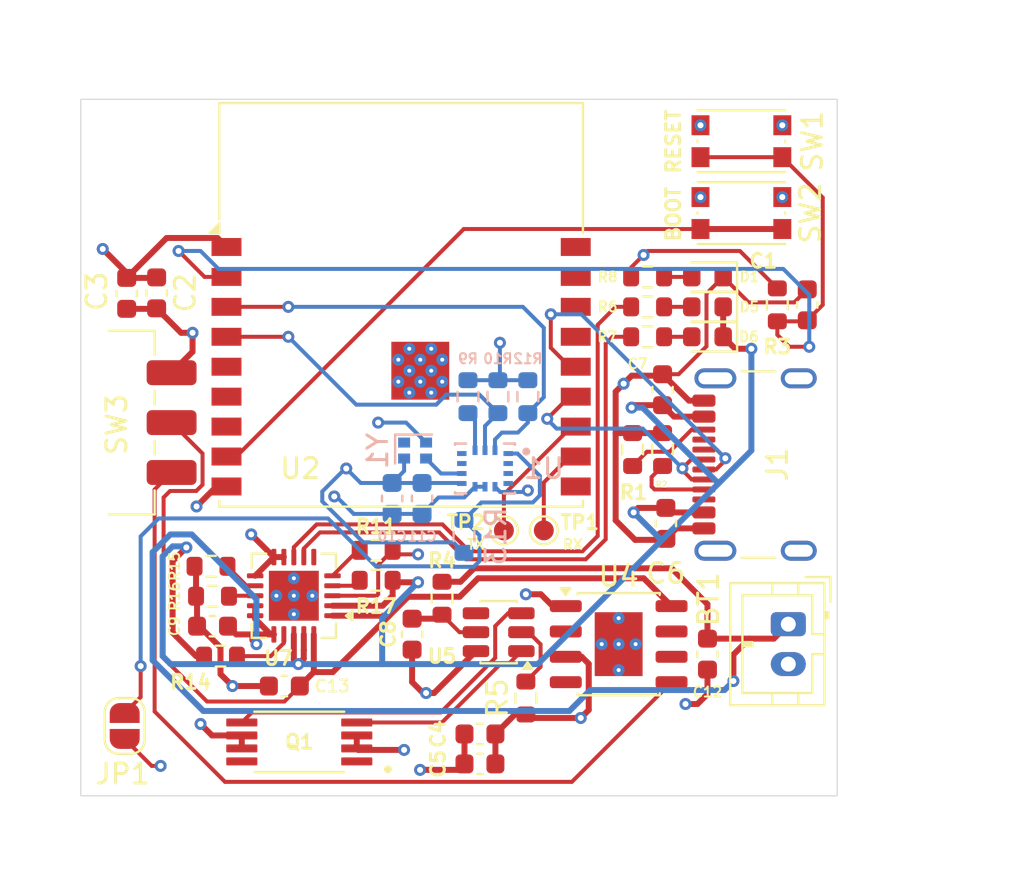
<source format=kicad_pcb>
(kicad_pcb (version 20241229) (generator "pcbnew") (generator_version "9.0")
  (layers (0 "F.Cu" signal) (4 "In1.Cu" signal) (6 "In2.Cu" signal) (2 "B.Cu" signal) (13 "F.Paste" user) (15 "B.Paste" user) (5 "F.SilkS" user "F.Silkscreen") (7 "B.SilkS" user "B.Silkscreen") (1 "F.Mask" user) (3 "B.Mask" user) (25 "Edge.Cuts" user))
  (net 0 "")
  (net 1 "B+")
  (net 2 "B-")
  (net 3 "GND")
  (net 4 "RESET")
  (net 5 "+3V3")
  (net 6 "VBUS")
  (net 7 "Net-(U5-VCC)")
  (net 8 "+BATT")
  (net 9 "Net-(D1-A)")
  (net 10 "Net-(D5-A)")
  (net 11 "Net-(D6-A)")
  (net 12 "D+")
  (net 13 "Net-(J1-CC1)")
  (net 18 "Net-(J1-CC2)")
  (net 19 "D-")
  (net 20 "SD0")
  (net 23 "Net-(U5-OC)")
  (net 24 "Net-(U5-OD)")
  (net 25 "Net-(U5-CS)")
  (net 26 "Net-(U7-STAT1{slash}~{LBO})")
  (net 27 "Net-(U7-STAT2)")
  (net 28 "CS")
  (net 29 "SCL")
  (net 30 "Net-(U7-THERM)")
  (net 31 "SDA")
  (net 32 "Net-(U7-CE)")
  (net 33 "Net-(U7-PROG3)")
  (net 34 "Net-(U7-PROG1)")
  (net 35 "Net-(U7-PROG2)")
  (net 36 "BOOT")
  (net 37 "Net-(SW3-C)")
  (net 38 "RX")
  (net 39 "TX")
  (net 44 "CLK")
  (footprint "Resistor_SMD:R_0603_1608Metric" (layer "F.Cu") (at 75.85 48.55 90)
    (property "Reference" "R1")
    (property "Value" "5.1k")
  )
  (footprint "Resistor_SMD:R_0603_1608Metric" (layer "F.Cu") (at 76.6 42.9)
    (property "Reference" "R7")
    (property "Value" "R")
  )
  (footprint "Resistor_SMD:R_0603_1608Metric" (layer "F.Cu") (at 66.3 56 90)
    (property "Reference" "R4")
    (property "Value" "100")
  )
  (footprint "Resistor_SMD:R_0603_1608Metric" (layer "F.Cu") (at 76.6 39.9)
    (property "Reference" "R8")
    (property "Value" "R")
  )
  (footprint "Resistor_SMD:R_0603_1608Metric" (layer "F.Cu") (at 76.6 41.4)
    (property "Reference" "R6")
    (property "Value" "R")
  )
  (footprint "Connector_USB:USB_C_Receptacle_GCT_USB4105-xx-A_16P_TopMnt_Horizontal" (layer "F.Cu") (at 83.1 49.3 90)
    (property "Reference" "J1")
    (property "Value" "USB_C_Receptacle_USB2.0_14P")
  )
  (footprint "LED_SMD:LED_0603_1608Metric" (layer "F.Cu") (at 79.6 42.9 180)
    (property "Reference" "D6")
    (property "Value" "GREEN")
  )
  (footprint "Capacitor_SMD:C_0603_1608Metric" (layer "F.Cu") (at 77.35 45.55 90)
    (property "Reference" "C7")
    (property "Value" "100uF")
  )
  (footprint "Capacitor_SMD:C_0603_1608Metric" (layer "F.Cu") (at 84.6 41.3 -90)
    (property "Reference" "C1")
    (property "Value" "C")
  )
  (footprint "RF_Module:ESP32-C3-WROOM-02" (layer "F.Cu") (at 64.25 44.4)
    (property "Reference" "U2")
    (property "Value" "ESP32-C3-WROOM-02")
  )
  (footprint "Resistor_SMD:R_0603_1608Metric" (layer "F.Cu") (at 77.35 48.55 90)
    (property "Reference" "R2")
    (property "Value" "5.1k")
  )
  (footprint "Jumper:SolderJumper-2_P1.3mm_Open_RoundedPad1.0x1.5mm" (layer "F.Cu") (at 50.4 62.4 -90)
    (property "Reference" "JP1")
    (property "Value" "SolderJumper_2_Open")
  )
  (footprint "Capacitor_SMD:C_0603_1608Metric" (layer "F.Cu") (at 52 40.7 -90)
    (property "Reference" "C2")
    (property "Value" "100uF")
  )
  (footprint "Resistor_SMD:R_0603_1608Metric" (layer "F.Cu") (at 55.2 58.9 180)
    (property "Reference" "R14")
    (property "Value" "1k")
  )
  (footprint "Resistor_SMD:R_0603_1608Metric" (layer "F.Cu") (at 54.8 55.9 180)
    (property "Reference" "R16")
    (property "Value" "1k")
  )
  (footprint "Capacitor_SMD:C_0603_1608Metric" (layer "F.Cu") (at 64.8 57.8 90)
    (property "Reference" "C8")
    (property "Value" "100uF")
  )
  (footprint "Resistor_SMD:R_0603_1608Metric" (layer "F.Cu") (at 54.725 54.4 180)
    (property "Reference" "R15")
    (property "Value" "10k")
  )
  (footprint "Capacitor_SMD:C_0603_1608Metric" (layer "F.Cu") (at 58.4 60.4)
    (property "Reference" "C13")
    (property "Value" "4.7uF")
  )
  (footprint "Capacitor_SMD:C_0603_1608Metric" (layer "F.Cu") (at 68.2 64.3)
    (property "Reference" "C5")
    (property "Value" "10uF")
  )
  (footprint "Capacitor_SMD:C_0603_1608Metric" (layer "F.Cu") (at 77.515 52.25 -90)
    (property "Reference" "C6")
    (property "Value" "100uF")
  )
  (footprint "Connector_JST:JST_PH_B2B-PH-K_1x02_P2.00mm_Vertical" (layer "F.Cu") (at 83.65 57.3 -90)
    (property "Reference" "BT1")
    (property "Value" "Battery_Cell")
  )
  (footprint "Package_DFN_QFN:QFN-20-1EP_4x4mm_P0.5mm_EP2.5x2.5mm" (layer "F.Cu") (at 58.875 55.875 180)
    (property "Reference" "U7")
    (property "Value" "MCP73871")
  )
  (footprint "Resistor_SMD:R_0603_1608Metric" (layer "F.Cu") (at 83.1 41.3 -90)
    (property "Reference" "R3")
    (property "Value" "10k")
  )
  (footprint "LED_SMD:LED_0603_1608Metric" (layer "F.Cu") (at 79.6 41.4 180)
    (property "Reference" "D5")
    (property "Value" "RED")
  )
  (footprint "TestPoint:TestPoint_Pad_D1.0mm" (layer "F.Cu") (at 71.4 52.6)
    (property "Reference" "TP1")
    (property "Value" "RX")
  )
  (footprint "Button_Switch_SMD:SW_Push_1P1T_NO_CK_KMR2" (layer "F.Cu") (at 81.3 36.7)
    (property "Reference" "SW2")
    (property "Value" "SW_BOOT")
  )
  (footprint "Resistor_SMD:R_0603_1608Metric" (layer "F.Cu") (at 63 53.6)
    (property "Reference" "R11")
    (property "Value" "10k")
  )
  (footprint "TestPoint:TestPoint_Pad_D1.0mm" (layer "F.Cu") (at 69.4 52.6)
    (property "Reference" "TP2")
    (property "Value" "TX")
  )
  (footprint "Package_SO:HTSOP-8-1EP_3.9x4.9mm_P1.27mm_EP2.4x3.2mm" (layer "F.Cu") (at 75.15 58.3)
    (property "Reference" "U4")
    (property "Value" "BD33FC0WEFJ")
  )
  (footprint "Resistor_SMD:R_0603_1608Metric" (layer "F.Cu") (at 70.5 61 90)
    (property "Reference" "R5")
    (property "Value" "1k")
  )
  (footprint "Package_TO_SOT_SMD:SOT-23-6" (layer "F.Cu") (at 69.1375 57.7 180)
    (property "Reference" "U5")
    (property "Value" "DW01A")
  )
  (footprint "Resistor_SMD:R_0603_1608Metric" (layer "F.Cu") (at 63 55.1 180)
    (property "Reference" "R17")
    (property "Value" "1k")
  )
  (footprint "Button_Switch_SMD:SW_Push_1P1T_NO_CK_KMR2" (layer "F.Cu") (at 81.3 33.1)
    (property "Reference" "SW1")
    (property "Value" "SW_RESET")
  )
  (footprint "LED_SMD:LED_0603_1608Metric" (layer "F.Cu") (at 79.6 39.9 180)
    (property "Reference" "D1")
    (property "Value" "BLUE")
  )
  (footprint "Capacitor_SMD:C_0603_1608Metric" (layer "F.Cu") (at 50.5 40.725 -90)
    (property "Reference" "C3")
    (property "Value" "10uF")
  )
  (footprint "Capacitor_SMD:C_0603_1608Metric" (layer "F.Cu") (at 79.6 58.8 90)
    (property "Reference" "C12")
    (property "Value" "4.7uF")
  )
  (footprint "FS8205A:FS8205A" (layer "F.Cu") (at 59.1475 63.2 180)
    (property "Reference" "Q1")
    (property "Value" "FS8205A")
  )
  (footprint "Capacitor_SMD:C_0603_1608Metric" (layer "F.Cu") (at 54.8 57.4)
    (property "Reference" "C9")
    (property "Value" "10uF")
  )
  (footprint "Button_Switch_SMD:SW_SPDT_CK_JS102011SAQN" (layer "F.Cu") (at 50 47.2 -90)
    (property "Reference" "SW3")
    (property "Value" "SW_SPDT")
  )
  (footprint "Capacitor_SMD:C_0603_1608Metric" (layer "F.Cu") (at 68.2 62.8)
    (property "Reference" "C4")
    (property "Value" "100uF")
  )
  (footprint "Resistor_SMD:R_0603_1608Metric" (layer "B.Cu") (at 67.6 45.9 90)
    (property "Reference" "R9")
    (property "Value" "47k")
  )
  (footprint "Resistor_SMD:R_0603_1608Metric" (layer "B.Cu") (at 70.6 45.9 90)
    (property "Reference" "R12")
    (property "Value" "47k")
  )
  (footprint "Resistor_SMD:R_0603_1608Metric" (layer "B.Cu") (at 67.4 52.9 -90)
    (property "Reference" "R13")
    (property "Value" "47k")
  )
  (footprint "Resistor_SMD:R_0603_1608Metric" (layer "B.Cu") (at 69.1 45.9 90)
    (property "Reference" "R10")
    (property "Value" "47k")
  )
  (footprint "Capacitor_SMD:C_0603_1608Metric" (layer "B.Cu") (at 65.3 51 -90)
    (property "Reference" "C11")
    (property "Value" "100uF")
  )
  (footprint "Capacitor_SMD:C_0603_1608Metric" (layer "B.Cu") (at 63.8 51 90)
    (property "Reference" "C10")
    (property "Value" "100uF")
  )
  (footprint "Oscillator:Oscillator_SMD_Abracon_ASCO-4Pin_1.6x1.2mm" (layer "B.Cu") (at 64.95 48.6 -90)
    (property "Reference" "Y1")
    (property "Value" "ASCO 38.4MHz")
  )
  (footprint "ICM-45686:IC_ICM-45686" (layer "B.Cu") (at 68.453 49.5 180)
    (property "Reference" "U1")
    (property "Value" "ICM-45686")
  )
  (gr_rect (start 48.2 31) (end 86.1 65.9) (stroke (width 0.05)) (fill no) (layer "Edge.Cuts"))
  (gr_text "RX" (at 72.3 53.6 0) (layer "F.SilkS") (effects (font (size 0.5 0.5) (thickness 0.1) (bold yes)) (justify left bottom)))
  (gr_text "TX" (at 67.5 53.6 0) (layer "F.SilkS") (effects (font (size 0.5 0.5) (thickness 0.1) (bold yes)) (justify left bottom)))
  (gr_text "BOOT" (at 78.3 38.2 90) (layer "F.SilkS") (effects (font (size 0.7 0.7) (thickness 0.15) (bold yes)) (justify left bottom)))
  (gr_text "RESET" (at 78.3 34.8 90) (layer "F.SilkS") (effects (font (size 0.7 0.7) (thickness 0.15) (bold yes)) (justify left bottom)))
  (segment (start 56.9375 56.375) (end 56.9375 56.875) (width 0.3) (layer "F.Cu") (net 1))
  (segment (start 57.875 57.8125) (end 57.7125 57.8125) (width 0.3) (layer "F.Cu") (net 1))
  (segment (start 67.901 54.499) (end 67.225 55.175) (width 0.3) (layer "F.Cu") (net 1))
  (segment (start 56.8 57.8125) (end 55.9875 57.8125) (width 0.3) (layer "F.Cu") (net 1))
  (segment (start 57.7125 57.8125) (end 56.9375 57.0375) (width 0.3) (layer "F.Cu") (net 1))
  (segment (start 79.6 56.3) (end 77.799 54.499) (width 0.3) (layer "F.Cu") (net 1))
  (segment (start 81.7 58.025) (end 82.925 58.025) (width 0.3) (layer "F.Cu") (net 1))
  (segment (start 56.9375 57.0375) (end 56.9375 56.875) (width 0.3) (layer "F.Cu") (net 1))
  (segment (start 57.875 57.8125) (end 56.8 57.8125) (width 0.3) (layer "F.Cu") (net 1))
  (segment (start 76.2 54.499) (end 67.901 54.499) (width 0.3) (layer "F.Cu") (net 1))
  (segment (start 80.9 58.825) (end 81.7 58.025) (width 0.3) (layer "F.Cu") (net 1))
  (segment (start 56.8 57.8125) (end 56.8 58.1) (width 0.3) (layer "F.Cu") (net 1))
  (segment (start 67.225 55.175) (end 66.3 55.175) (width 0.3) (layer "F.Cu") (net 1))
  (segment (start 80.9 60.15) (end 80.9 58.825) (width 0.3) (layer "F.Cu") (net 1))
  (segment (start 56.8 58.1) (end 57 58.3) (width 0.3) (layer "F.Cu") (net 1))
  (segment (start 79.6 58.025) (end 81.7 58.025) (width 0.3) (layer "F.Cu") (net 1))
  (segment (start 82.925 58.025) (end 83.65 57.3) (width 0.3) (layer "F.Cu") (net 1))
  (segment (start 79.6 58.025) (end 79.6 56.3) (width 0.3) (layer "F.Cu") (net 1))
  (segment (start 77.799 54.499) (end 76.2 54.499) (width 0.3) (layer "F.Cu") (net 1))
  (segment (start 55.9875 57.8125) (end 55.575 57.4) (width 0.3) (layer "F.Cu") (net 1))
  (via (at 57 58.3) (size 0.6) (drill 0.3) (layers "F.Cu" "B.Cu") (net 1))
  (via (at 80.9 60.15) (size 0.6) (drill 0.3) (layers "F.Cu" "B.Cu") (net 1))
  (segment (start 72.680346 61.649) (end 73.729346 60.6) (width 0.3) (layer "B.Cu") (net 1))
  (segment (start 57 58.3) (end 57 56.043676) (width 0.3) (layer "B.Cu") (net 1))
  (segment (start 52.688148 52.803332) (end 51.799 53.69248) (width 0.3) (layer "B.Cu") (net 1))
  (segment (start 57 56.043676) (end 53.759656 52.803332) (width 0.3) (layer "B.Cu") (net 1))
  (segment (start 54.34048 61.649) (end 72.680346 61.649) (width 0.3) (layer "B.Cu") (net 1))
  (segment (start 51.799 59.10752) (end 54.34048 61.649) (width 0.3) (layer "B.Cu") (net 1))
  (segment (start 73.729346 60.6) (end 80.45 60.6) (width 0.3) (layer "B.Cu") (net 1))
  (segment (start 80.45 60.6) (end 80.9 60.15) (width 0.3) (layer "B.Cu") (net 1))
  (segment (start 53.759656 52.803332) (end 52.688148 52.803332) (width 0.3) (layer "B.Cu") (net 1))
  (segment (start 51.799 53.69248) (end 51.799 59.10752) (width 0.3) (layer "B.Cu") (net 1))
  (segment (start 65.5 60.75) (end 65.35 60.75) (width 0.3) (layer "F.Cu") (net 2))
  (segment (start 64.4 63.6) (end 62.1025 63.6) (width 0.3) (layer "F.Cu") (net 2))
  (segment (start 64.8 58.575) (end 64.8 60.2) (width 0.3) (layer "F.Cu") (net 2))
  (segment (start 62.1025 63.6) (end 62.0275 63.525) (width 0.3) (layer "F.Cu") (net 2))
  (segment (start 65.5 60.75) (end 65.9 60.75) (width 0.3) (layer "F.Cu") (net 2))
  (segment (start 65.9 60.75) (end 68 58.65) (width 0.3) (layer "F.Cu") (net 2))
  (segment (start 65.35 60.75) (end 64.8 60.2) (width 0.3) (layer "F.Cu") (net 2))
  (segment (start 62.0275 63.525) (end 62.0275 62.875) (width 0.3) (layer "F.Cu") (net 2))
  (via (at 65.5 60.75) (size 0.6) (drill 0.3) (layers "F.Cu" "B.Cu") (net 2))
  (via (at 64.4 63.6) (size 0.6) (drill 0.3) (layers "F.Cu" "B.Cu") (net 2))
  (segment (start 54.025 57.4) (end 54.025 55.95) (width 0.3) (layer "F.Cu") (net 3))
  (segment (start 53.8 43.65) (end 52.75 44.7) (width 0.3) (layer "F.Cu") (net 3))
  (segment (start 79.42 52.5) (end 78.04 52.5) (width 0.3) (layer "F.Cu") (net 3))
  (segment (start 73.651 59.286001) (end 73.299999 58.935) (width 0.3) (layer "F.Cu") (net 3))
  (segment (start 55.2 59.8) (end 55.2 58.465226) (width 0.3) (layer "F.Cu") (net 3))
  (segment (start 75.975 53.075) (end 77.35 53.075) (width 0.3) (layer "F.Cu") (net 3))
  (segment (start 63.1 55.8) (end 63.025 55.875) (width 0.2) (layer "F.Cu") (net 3))
  (segment (start 63.825 53.6) (end 63.1 54.325) (width 0.2) (layer "F.Cu") (net 3))
  (segment (start 54.134774 57.4) (end 54.025 57.4) (width 0.3) (layer "F.Cu") (net 3))
  (segment (start 51.975 41.5) (end 52 41.475) (width 0.3) (layer "F.Cu") (net 3))
  (segment (start 75.8 44.85) (end 77.3 44.85) (width 0.3) (layer "F.Cu") (net 3))
  (segment (start 79.6 60.8) (end 79.6 59.575) (width 0.3) (layer "F.Cu") (net 3))
  (segment (start 69.95 61.825) (end 68.975 62.8) (width 0.3) (layer "F.Cu") (net 3))
  (segment (start 73.25 62) (end 73.651 61.599) (width 0.3) (layer "F.Cu") (net 3))
  (segment (start 56.2675 62.875) (end 54.775 62.875) (width 0.3) (layer "F.Cu") (net 3))
  (segment (start 77.35 44.8) (end 77.35 44.775) (width 0.3) (layer "F.Cu") (net 3))
  (segment (start 55.8 60.4) (end 55.2 59.8) (width 0.3) (layer "F.Cu") (net 3))
  (segment (start 56.2675 62.875) (end 56.2675 63.525) (width 0.3) (layer "F.Cu") (net 3))
  (segment (start 78.1536 44.775) (end 77.35 44.775) (width 0.2) (layer "F.Cu") (net 3))
  (segment (start 75.4 45.25) (end 75.8 44.85) (width 0.3) (layer "F.Cu") (net 3))
  (segment (start 53.8 42.7) (end 53.8 43.65) (width 0.3) (layer "F.Cu") (net 3))
  (segment (start 83.949 41.176) (end 84.6 40.525) (width 0.2) (layer "F.Cu") (net 3))
  (segment (start 80.3875 39.9) (end 79.551 40.7365) (width 0.2) (layer "F.Cu") (net 3))
  (segment (start 57.875 53.9375) (end 58.375 53.9375) (width 0.3) (layer "F.Cu") (net 3))
  (segment (start 79.42 46.1) (end 78.675 46.1) (width 0.3) (layer "F.Cu") (net 3))
  (segment (start 54.025 55.95) (end 53.975 55.9) (width 0.3) (layer "F.Cu") (net 3))
  (segment (start 75.85 47.725) (end 77.35 47.725) (width 0.3) (layer "F.Cu") (net 3))
  (segment (start 54.775 62.875) (end 54.2 62.3) (width 0.3) (layer "F.Cu") (net 3))
  (segment (start 57.875 53.9375) (end 56.9375 54.875) (width 0.3) (layer "F.Cu") (net 3))
  (segment (start 56.7375 52.8) (end 57.875 53.9375) (width 0.3) (layer "F.Cu") (net 3))
  (segment (start 73.299999 58.935) (end 72.5 58.935) (width 0.3) (layer "F.Cu") (net 3))
  (segment (start 53.975 54.475) (end 53.9 54.4) (width 0.3) (layer "F.Cu") (net 3))
  (segment (start 50.5 41.5) (end 51.975 41.5) (width 0.3) (layer "F.Cu") (net 3))
  (segment (start 53.975 55.9) (end 53.975 54.475) (width 0.3) (layer "F.Cu") (net 3))
  (segment (start 75.4 45.25) (end 75 45.65) (width 0.3) (layer "F.Cu") (net 3))
  (segment (start 70.675 62) (end 70.5 61.825) (width 0.3) (layer "F.Cu") (net 3))
  (segment (start 75 52.1) (end 75.975 53.075) (width 0.3) (layer "F.Cu") (net 3))
  (segment (start 68.975 62.8) (end 68.975 64.3) (width 0.3) (layer "F.Cu") (net 3))
  (segment (start 55 50.4) (end 55.69 50.4) (width 0.3) (layer "F.Cu") (net 3))
  (segment (start 57.625 60.4) (end 55.8 60.4) (width 0.3) (layer "F.Cu") (net 3))
  (segment (start 80.3875 39.9) (end 81.6635 41.176) (width 0.2) (layer "F.Cu") (net 3))
  (segment (start 54 51.4) (end 55 50.4) (width 0.3) (layer "F.Cu") (net 3))
  (segment (start 77.3 44.85) (end 77.35 44.8) (width 0.3) (layer "F.Cu") (net 3))
  (segment (start 75.85 47.725) (end 75.025 47.725) (width 0.3) (layer "F.Cu") (net 3))
  (segment (start 65.1 53.8) (end 64.025 53.8) (width 0.2) (layer "F.Cu") (net 3))
  (segment (start 53.8 42.7) (end 53.225 42.7) (width 0.3) (layer "F.Cu") (net 3))
  (segment (start 79.1 61.3) (end 79.6 60.8) (width 0.3) (layer "F.Cu") (net 3))
  (segment (start 73.25 62) (end 70.675 62) (width 0.3) (layer "F.Cu") (net 3))
  (segment (start 81.6635 41.176) (end 83.949 41.176) (width 0.2) (layer "F.Cu") (net 3))
  (segment (start 63.025 55.875) (end 60.8125 55.875) (width 0.2) (layer "F.Cu") (net 3))
  (segment (start 78.5 61.3) (end 79.1 61.3) (width 0.3) (layer "F.Cu") (net 3))
  (segment (start 64.025 53.8) (end 63.825 53.6) (width 0.2) (layer "F.Cu") (net 3))
  (segment (start 79.551 43.3776) (end 78.1536 44.775) (width 0.2) (layer "F.Cu") (net 3))
  (segment (start 55.2 58.465226) (end 54.134774 57.4) (width 0.3) (layer "F.Cu") (net 3))
  (segment (start 79.551 40.7365) (end 79.551 43.3776) (width 0.2) (layer "F.Cu") (net 3))
  (segment (start 78.04 52.5) (end 77.515 53.025) (width 0.3) (layer "F.Cu") (net 3))
  (segment (start 51.75 64.4) (end 52.2 64.4) (width 0.2) (layer "F.Cu") (net 3))
  (segment (start 78.675 46.1) (end 77.35 44.775) (width 0.3) (layer "F.Cu") (net 3))
  (segment (start 75 45.65) (end 75 47.75) (width 0.3) (layer "F.Cu") (net 3))
  (segment (start 75 47.75) (end 75 52.1) (width 0.3) (layer "F.Cu") (net 3))
  (segment (start 53.225 42.7) (end 52 41.475) (width 0.3) (layer "F.Cu") (net 3))
  (segment (start 63.1 54.325) (end 63.1 55.8) (width 0.2) (layer "F.Cu") (net 3))
  (segment (start 50.4 63.05) (end 51.75 64.4) (width 0.2) (layer "F.Cu") (net 3))
  (segment (start 70.5 61.825) (end 69.95 61.825) (width 0.3) (layer "F.Cu") (net 3))
  (segment (start 75.025 47.725) (end 75 47.75) (width 0.3) (layer "F.Cu") (net 3))
  (segment (start 73.651 61.599) (end 73.651 59.286001) (width 0.3) (layer "F.Cu") (net 3))
  (via (at 53.8 42.7) (size 0.6) (drill 0.3) (layers "F.Cu" "B.Cu") (net 3))
  (via (at 83.35 35.9) (size 0.6) (drill 0.3) (layers "F.Cu" "B.Cu") (net 3))
  (via (at 74.3 58.3) (size 0.6) (drill 0.2) (layers "F.Cu" "B.Cu") (net 3))
  (via (at 59.8 55.875) (size 0.6) (drill 0.2) (layers "F.Cu" "B.Cu") (net 3))
  (via (at 79.25 35.9) (size 0.6) (drill 0.3) (layers "F.Cu" "B.Cu") (net 3))
  (via (at 83.35 32.3) (size 0.6) (drill 0.3) (layers "F.Cu" "B.Cu") (net 3))
  (via (at 76 58.3) (size 0.6) (drill 0.2) (layers "F.Cu" "B.Cu") (net 3))
  (via (at 58 55.875) (size 0.6) (drill 0.2) (layers "F.Cu" "B.Cu") (net 3))
  (via (at 60.9 50.9) (size 0.6) (drill 0.3) (layers "F.Cu" "B.Cu") (net 3))
  (via (at 55.8 60.4) (size 0.6) (drill 0.3) (layers "F.Cu" "B.Cu") (net 3))
  (via (at 75.15 59.6) (size 0.6) (drill 0.2) (layers "F.Cu" "B.Cu") (net 3))
  (via (at 75.15 58.3) (size 0.6) (drill 0.2) (layers "F.Cu" "B.Cu") (net 3))
  (via (at 78.5 61.3) (size 0.6) (drill 0.3) (layers "F.Cu" "B.Cu") (net 3))
  (via (at 54.2 62.3) (size 0.6) (drill 0.3) (layers "F.Cu" "B.Cu") (net 3))
  (via (at 52.2 64.4) (size 0.6) (drill 0.3) (layers "F.Cu" "B.Cu") (net 3))
  (via (at 65.1 53.8) (size 0.6) (drill 0.3) (layers "F.Cu" "B.Cu") (net 3))
  (via (at 58.875 55.875) (size 0.6) (drill 0.2) (layers "F.Cu" "B.Cu") (net 3))
  (via (at 79.25 32.3) (size 0.6) (drill 0.3) (layers "F.Cu" "B.Cu") (net 3))
  (via (at 54 51.4) (size 0.6) (drill 0.3) (layers "F.Cu" "B.Cu") (net 3))
  (via (at 75.4 45.25) (size 0.6) (drill 0.3) (layers "F.Cu" "B.Cu") (net 3))
  (via (at 63.1 47.2) (size 0.6) (drill 0.3) (layers "F.Cu" "B.Cu") (net 3))
  (via (at 58.875 56.8) (size 0.6) (drill 0.2) (layers "F.Cu" "B.Cu") (net 3))
  (via (at 56.7375 52.8) (size 0.6) (drill 0.3) (layers "F.Cu" "B.Cu") (net 3))
  (via (at 75.15 57) (size 0.6) (drill 0.2) (layers "F.Cu" "B.Cu") (net 3))
  (via (at 58.875 55) (size 0.6) (drill 0.2) (layers "F.Cu" "B.Cu") (net 3))
  (via (at 73.25 62) (size 0.6) (drill 0.3) (layers "F.Cu" "B.Cu") (net 3))
  (segment (start 67.4145 50.951) (end 67.953 50.4125) (width 0.2) (layer "B.Cu") (net 3))
  (segment (start 61.875 51.775) (end 63.8 51.775) (width 0.2) (layer "B.Cu") (net 3))
  (segment (start 63.1 47.2) (end 64.5 47.2) (width 0.2) (layer "B.Cu") (net 3))
  (segment (start 60.9 50.9) (end 61 50.9) (width 0.2) (layer "B.Cu") (net 3))
  (segment (start 64.5 47.2) (end 65.5 48.2) (width 0.2) (layer "B.Cu") (net 3))
  (segment (start 66.124 50.951) (end 67.4145 50.951) (width 0.2) (layer "B.Cu") (net 3))
  (segment (start 63.8 51.775) (end 65.3 51.775) (width 0.2) (layer "B.Cu") (net 3))
  (segment (start 61 50.9) (end 61.875 51.775) (width 0.2) (layer "B.Cu") (net 3))
  (segment (start 67.953 50.4125) (end 68.453 50.4125) (width 0.2) (layer "B.Cu") (net 3))
  (segment (start 65.3 51.775) (end 66.124 50.951) (width 0.2) (layer "B.Cu") (net 3))
  (segment (start 84.7 43.4) (end 83.7 43.4) (width 0.2) (layer "F.Cu") (net 4))
  (segment (start 84.55 42.125) (end 84.6 42.075) (width 0.2) (layer "F.Cu") (net 4))
  (segment (start 83.35 33.9) (end 79.25 33.9) (width 0.2) (layer "F.Cu") (net 4))
  (segment (start 85.376 41.299) (end 85.376 35.926) (width 0.2) (layer "F.Cu") (net 4))
  (segment (start 83.1 42.125) (end 84.55 42.125) (width 0.2) (layer "F.Cu") (net 4))
  (segment (start 55.5 39.9) (end 55.69 39.9) (width 0.2) (layer "F.Cu") (net 4))
  (segment (start 83.1 42.8) (end 83.1 42.125) (width 0.2) (layer "F.Cu") (net 4))
  (segment (start 83.7 43.4) (end 83.1 42.8) (width 0.2) (layer "F.Cu") (net 4))
  (segment (start 54.4 39.9) (end 55.5 39.9) (width 0.2) (layer "F.Cu") (net 4))
  (segment (start 53.1 38.6) (end 54.4 39.9) (width 0.2) (layer "F.Cu") (net 4))
  (segment (start 85.376 35.926) (end 83.35 33.9) (width 0.2) (layer "F.Cu") (net 4))
  (segment (start 84.6 42.075) (end 85.376 41.299) (width 0.2) (layer "F.Cu") (net 4))
  (via (at 84.7 43.4) (size 0.6) (drill 0.3) (layers "F.Cu" "B.Cu") (net 4))
  (via (at 53.1 38.6) (size 0.6) (drill 0.3) (layers "F.Cu" "B.Cu") (net 4))
  (segment (start 53.1 38.6) (end 54.2 38.6) (width 0.2) (layer "B.Cu") (net 4))
  (segment (start 55.1 39.5) (end 83.4 39.5) (width 0.2) (layer "B.Cu") (net 4))
  (segment (start 84.7 40.8) (end 83.4 39.5) (width 0.2) (layer "B.Cu") (net 4))
  (segment (start 84.7 43.4) (end 84.7 40.8) (width 0.2) (layer "B.Cu") (net 4))
  (segment (start 54.2 38.6) (end 55.1 39.5) (width 0.2) (layer "B.Cu") (net 4))
  (segment (start 67.125 64.6) (end 67.425 64.3) (width 0.3) (layer "F.Cu") (net 5))
  (segment (start 67.425 62.8) (end 67.425 64.3) (width 0.3) (layer "F.Cu") (net 5))
  (segment (start 65.2 64.6) (end 67.125 64.6) (width 0.3) (layer "F.Cu") (net 5))
  (segment (start 55.049 37.949) (end 55.5 38.4) (width 0.3) (layer "F.Cu") (net 5))
  (segment (start 51.975 39.95) (end 52 39.925) (width 0.3) (layer "F.Cu") (net 5))
  (segment (start 71.845 56.395) (end 72.5 56.395) (width 0.3) (layer "F.Cu") (net 5))
  (segment (start 76.6 38.6) (end 76.4 38.8) (width 0.2) (layer "F.Cu") (net 5))
  (segment (start 70.5 55.8) (end 71.25 55.8) (width 0.3) (layer "F.Cu") (net 5))
  (segment (start 50.5 39.7) (end 49.3 38.5) (width 0.3) (layer "F.Cu") (net 5))
  (segment (start 50.5 39.95) (end 52.501 37.949) (width 0.3) (layer "F.Cu") (net 5))
  (segment (start 75.775 39.9) (end 75.775 39.425) (width 0.2) (layer "F.Cu") (net 5))
  (segment (start 50.225 39.85) (end 50.2 39.875) (width 0.3) (layer "F.Cu") (net 5))
  (segment (start 50.5 39.95) (end 50.5 39.7) (width 0.3) (layer "F.Cu") (net 5))
  (segment (start 51.7 40.1) (end 51.7 39.85) (width 0.3) (layer "F.Cu") (net 5))
  (segment (start 71.25 55.8) (end 71.845 56.395) (width 0.3) (layer "F.Cu") (net 5))
  (segment (start 50.5 39.95) (end 51.975 39.95) (width 0.3) (layer "F.Cu") (net 5))
  (segment (start 81.225 38.6) (end 76.6 38.6) (width 0.2) (layer "F.Cu") (net 5))
  (segment (start 83.1 40.475) (end 81.225 38.6) (width 0.2) (layer "F.Cu") (net 5))
  (segment (start 52.501 37.949) (end 55.049 37.949) (width 0.3) (layer "F.Cu") (net 5))
  (segment (start 75.775 39.425) (end 76.4 38.8) (width 0.2) (layer "F.Cu") (net 5))
  (via (at 49.3 38.5) (size 0.6) (drill 0.3) (layers "F.Cu" "B.Cu") (net 5))
  (via (at 69.2 43.2) (size 0.6) (drill 0.3) (layers "F.Cu" "B.Cu") (net 5))
  (via (at 70.6 50.6) (size 0.6) (drill 0.3) (layers "F.Cu" "B.Cu") (net 5))
  (via (at 70.5 55.8) (size 0.6) (drill 0.3) (layers "F.Cu" "B.Cu") (net 5))
  (via (at 61.5 49.5) (size 0.6) (drill 0.3) (layers "F.Cu" "B.Cu") (net 5))
  (via (at 65.2 64.6) (size 0.6) (drill 0.3) (layers "F.Cu" "B.Cu") (net 5))
  (via (at 76.4 38.8) (size 0.6) (drill 0.3) (layers "F.Cu" "B.Cu") (net 5))
  (segment (start 61.450057 49.5) (end 61.5 49.5) (width 0.2) (layer "B.Cu") (net 5))
  (segment (start 64.4 49) (end 64.4 49.625) (width 0.2) (layer "B.Cu") (net 5))
  (segment (start 69.2 44.975) (end 69.1 45.075) (width 0.2) (layer "B.Cu") (net 5))
  (segment (start 61.5 49.5) (end 62.225 50.225) (width 0.2) (layer "B.Cu") (net 5))
  (segment (start 70.6 50.6) (end 70.524 50.676) (width 0.2) (layer "B.Cu") (net 5))
  (segment (start 66.874 53.199) (end 62.349057 53.199) (width 0.2) (layer "B.Cu") (net 5))
  (segment (start 60.299 50.651057) (end 61.450057 49.5) (width 0.2) (layer "B.Cu") (net 5))
  (segment (start 63.8 50.225) (end 65.3 50.225) (width 0.2) (layer "B.Cu") (net 5))
  (segment (start 69.2165 50.676) (end 68.953 50.4125) (width 0.2) (layer "B.Cu") (net 5))
  (segment (start 60.299 51.148943) (end 60.299 50.651057) (width 0.2) (layer "B.Cu") (net 5))
  (segment (start 67.4 53.725) (end 66.874 53.199) (width 0.2) (layer "B.Cu") (net 5))
  (segment (start 69.1 45.075) (end 70.6 45.075) (width 0.2) (layer "B.Cu") (net 5))
  (segment (start 62.349057 53.199) (end 60.299 51.148943) (width 0.2) (layer "B.Cu") (net 5))
  (segment (start 70.524 50.676) (end 69.2165 50.676) (width 0.2) (layer "B.Cu") (net 5))
  (segment (start 67.2655 50.225) (end 67.2905 50.25) (width 0.2) (layer "B.Cu") (net 5))
  (segment (start 69.1 45.075) (end 67.6 45.075) (width 0.2) (layer "B.Cu") (net 5))
  (segment (start 64.4 49.625) (end 63.8 50.225) (width 0.2) (layer "B.Cu") (net 5))
  (segment (start 65.3 50.225) (end 67.2655 50.225) (width 0.2) (layer "B.Cu") (net 5))
  (segment (start 69.2 43.2) (end 69.2 44.975) (width 0.2) (layer "B.Cu") (net 5))
  (segment (start 62.225 50.225) (end 63.8 50.225) (width 0.2) (layer "B.Cu") (net 5))
  (segment (start 59.1 59.3) (end 59.374 59.026) (width 0.3) (layer "F.Cu") (net 6))
  (segment (start 52.8 54.144334) (end 52.8 57.725) (width 0.3) (layer "F.Cu") (net 6))
  (segment (start 79.42 46.9) (end 77.925 46.9) (width 0.3) (layer "F.Cu") (net 6))
  (segment (start 77.74 51.7) (end 77.515 51.475) (width 0.3) (layer "F.Cu") (net 6))
  (segment (start 58.875 57.8125) (end 58.875 59.075) (width 0.3) (layer "F.Cu") (net 6))
  (segment (start 80.9875 43.5) (end 80.3875 42.9) (width 0.3) (layer "F.Cu") (net 6))
  (segment (start 52.8 57.725) (end 53.975 58.9) (width 0.3) (layer "F.Cu") (net 6))
  (segment (start 59.375 58.599) (end 59.375 57.8125) (width 0.3) (layer "F.Cu") (net 6))
  (segment (start 79.42 51.7) (end 77.74 51.7) (width 0.3) (layer "F.Cu") (net 6))
  (segment (start 63.325 56.375) (end 60.8125 56.375) (width 0.3) (layer "F.Cu") (net 6))
  (segment (start 59.374 58.6) (end 59.375 58.599) (width 0.3) (layer "F.Cu") (net 6))
  (segment (start 63.825 55.875) (end 63.825 55.1) (width 0.3) (layer "F.Cu") (net 6))
  (segment (start 59.374 59.026) (end 59.374 58.6) (width 0.3) (layer "F.Cu") (net 6))
  (segment (start 77.925 46.9) (end 77.35 46.325) (width 0.3) (layer "F.Cu") (net 6))
  (segment (start 77.35 46.325) (end 75.925 46.325) (width 0.3) (layer "F.Cu") (net 6))
  (segment (start 63.825 55.875) (end 63.325 56.375) (width 0.3) (layer "F.Cu") (net 6))
  (segment (start 65.1 55.2) (end 63.925 55.2) (width 0.3) (layer "F.Cu") (net 6))
  (segment (start 63.925 55.2) (end 63.825 55.1) (width 0.3) (layer "F.Cu") (net 6))
  (segment (start 80.3875 42.9) (end 80.3875 41.4) (width 0.3) (layer "F.Cu") (net 6))
  (segment (start 75.925 46.325) (end 75.8 46.45) (width 0.3) (layer "F.Cu") (net 6))
  (segment (start 58.875 59.075) (end 59.1 59.3) (width 0.3) (layer "F.Cu") (net 6))
  (segment (start 53.975 58.9) (end 54.375 58.9) (width 0.3) (layer "F.Cu") (net 6))
  (segment (start 77.515 51.475) (end 76.125 51.475) (width 0.3) (layer "F.Cu") (net 6))
  (segment (start 81.8 43.5) (end 80.9875 43.5) (width 0.3) (layer "F.Cu") (net 6))
  (segment (start 76.125 51.475) (end 75.9 51.7) (width 0.3) (layer "F.Cu") (net 6))
  (segment (start 53.490002 53.454332) (end 52.8 54.144334) (width 0.3) (layer "F.Cu") (net 6))
  (via (at 75.8 46.45) (size 0.6) (drill 0.3) (layers "F.Cu" "B.Cu") (net 6))
  (via (at 81.8 43.5) (size 0.6) (drill 0.3) (layers "F.Cu" "B.Cu") (net 6))
  (via (at 65.1 55.2) (size 0.6) (drill 0.3) (layers "F.Cu" "B.Cu") (net 6))
  (via (at 53.490002 53.454332) (size 0.6) (drill 0.3) (layers "F.Cu" "B.Cu") (net 6))
  (via (at 59.1 59.3) (size 0.6) (drill 0.3) (layers "F.Cu" "B.Cu") (net 6))
  (via (at 75.9 51.7) (size 0.6) (drill 0.3) (layers "F.Cu" "B.Cu") (net 6))
  (segment (start 52.3 58.9) (end 52.7 59.3) (width 0.3) (layer "B.Cu") (net 6))
  (segment (start 65.1 55.2) (end 63.3 57) (width 0.3) (layer "B.Cu") (net 6))
  (segment (start 81.8 43.5) (end 81.8 48.6) (width 0.3) (layer "B.Cu") (net 6))
  (segment (start 63.3 59.3) (end 59.1 59.3) (width 0.3) (layer "B.Cu") (net 6))
  (segment (start 80.15 50.25) (end 77.3 53.1) (width 0.3) (layer "B.Cu") (net 6))
  (segment (start 53.43567 53.4) (end 52.8 53.4) (width 0.3) (layer "B.Cu") (net 6))
  (segment (start 76.35 46.45) (end 80.15 50.25) (width 0.3) (layer "B.Cu") (net 6))
  (segment (start 63.3 57) (end 63.3 59.3) (width 0.3) (layer "B.Cu") (net 6))
  (segment (start 52.8 53.4) (end 52.3 53.9) (width 0.3) (layer "B.Cu") (net 6))
  (segment (start 53.490002 53.454332) (end 53.43567 53.4) (width 0.3) (layer "B.Cu") (net 6))
  (segment (start 52.3 53.9) (end 52.3 58.9) (width 0.3) (layer "B.Cu") (net 6))
  (segment (start 52.7 59.3) (end 59.1 59.3) (width 0.3) (layer "B.Cu") (net 6))
  (segment (start 71.1 59.3) (end 63.3 59.3) (width 0.3) (layer "B.Cu") (net 6))
  (segment (start 81.8 48.6) (end 80.15 50.25) (width 0.3) (layer "B.Cu") (net 6))
  (segment (start 77.3 53.1) (end 71.1 59.3) (width 0.3) (layer "B.Cu") (net 6))
  (segment (start 75.8 46.45) (end 76.35 46.45) (width 0.3) (layer "B.Cu") (net 6))
  (segment (start 75.9 51.7) (end 77.3 53.1) (width 0.3) (layer "B.Cu") (net 6))
  (segment (start 64.8 57.025) (end 66.1 57.025) (width 0.3) (layer "F.Cu") (net 7))
  (segment (start 66.1 57.025) (end 66.3 56.825) (width 0.3) (layer "F.Cu") (net 7))
  (segment (start 68 57.7) (end 67.175 57.7) (width 0.2) (layer "F.Cu") (net 7))
  (segment (start 67.175 57.7) (end 66.3 56.825) (width 0.2) (layer "F.Cu") (net 7))
  (segment (start 60.8125 56.875) (end 63.654178 56.875) (width 0.3) (layer "F.Cu") (net 8))
  (segment (start 63.654178 56.875) (end 64.603178 55.926) (width 0.3) (layer "F.Cu") (net 8))
  (segment (start 52.349 50.951) (end 52.674 50.626) (width 0.2) (layer "F.Cu") (net 8))
  (segment (start 52.674 50.626) (end 53.98516 50.626) (width 0.2) (layer "F.Cu") (net 8))
  (segment (start 59.875 57.8125) (end 59.875 59.7) (width 0.3) (layer "F.Cu") (net 8))
  (segment (start 64.603178 55.926) (end 67.182521 55.926) (width 0.3) (layer "F.Cu") (net 8))
  (segment (start 59.875 59.7) (end 59.175 60.4) (width 0.3) (layer "F.Cu") (net 8))
  (segment (start 54.526 61.176) (end 58.399 61.176) (width 0.2) (layer "F.Cu") (net 8))
  (segment (start 68.10852 55) (end 76.405 55) (width 0.3) (layer "F.Cu") (net 8))
  (segment (start 54.301 48.751) (end 52.75 47.2) (width 0.2) (layer "F.Cu") (net 8))
  (segment (start 54.526 61.176) (end 52.349 58.999) (width 0.2) (layer "F.Cu") (net 8))
  (segment (start 76.405 55) (end 77.8 56.395) (width 0.3) (layer "F.Cu") (net 8))
  (segment (start 58.399 61.176) (end 59.175 60.4) (width 0.2) (layer "F.Cu") (net 8))
  (segment (start 53.98516 50.626) (end 54.301 50.31016) (width 0.2) (layer "F.Cu") (net 8))
  (segment (start 52.349 58.999) (end 52.349 50.951) (width 0.2) (layer "F.Cu") (net 8))
  (segment (start 59.875 59.7) (end 60.829178 59.7) (width 0.3) (layer "F.Cu") (net 8))
  (segment (start 67.182521 55.926) (end 68.10852 55) (width 0.3) (layer "F.Cu") (net 8))
  (segment (start 54.301 50.31016) (end 54.301 48.751) (width 0.2) (layer "F.Cu") (net 8))
  (segment (start 60.829178 59.7) (end 63.654178 56.875) (width 0.3) (layer "F.Cu") (net 8))
  (segment (start 77.425 39.9) (end 78.8125 39.9) (width 0.2) (layer "F.Cu") (net 9))
  (segment (start 77.425 41.4) (end 78.8125 41.4) (width 0.2) (layer "F.Cu") (net 10))
  (segment (start 77.425 42.9) (end 78.8125 42.9) (width 0.2) (layer "F.Cu") (net 11))
  (segment (start 80.494999 49.083825) (end 80.028824 49.55) (width 0.2) (layer "F.Cu") (net 12))
  (segment (start 80.059237 48.55) (end 80.494999 48.985762) (width 0.2) (layer "F.Cu") (net 12))
  (segment (start 71.749998 41.773046) (end 71.749998 43.451998) (width 0.2) (layer "F.Cu") (net 12))
  (segment (start 80.494999 48.985762) (end 80.494999 49.083825) (width 0.2) (layer "F.Cu") (net 12))
  (segment (start 80.028824 49.55) (end 79.42 49.55) (width 0.2) (layer "F.Cu") (net 12))
  (segment (start 71.749998 43.451998) (end 72.698 44.4) (width 0.2) (layer "F.Cu") (net 12))
  (segment (start 72.698 44.4) (end 73 44.4) (width 0.2) (layer "F.Cu") (net 12))
  (segment (start 79.42 48.55) (end 80.059237 48.55) (width 0.2) (layer "F.Cu") (net 12))
  (via (at 80.494999 48.985762) (size 0.6) (drill 0.3) (layers "F.Cu" "B.Cu") (net 12))
  (via (at 71.749998 41.773046) (size 0.6) (drill 0.3) (layers "F.Cu" "B.Cu") (net 12))
  (segment (start 73.282283 41.773046) (end 71.749998 41.773046) (width 0.2) (layer "B.Cu") (net 12))
  (segment (start 80.494999 48.985762) (end 73.282283 41.773046) (width 0.2) (layer "B.Cu") (net 12))
  (segment (start 76.8 49.925) (end 77.35 49.375) (width 0.2) (layer "F.Cu") (net 13))
  (segment (start 76.95 50.55) (end 76.8 50.4) (width 0.2) (layer "F.Cu") (net 13))
  (segment (start 79.42 50.55) (end 76.95 50.55) (width 0.2) (layer "F.Cu") (net 13))
  (segment (start 76.8 50.4) (end 76.8 49.925) (width 0.2) (layer "F.Cu") (net 13))
  (segment (start 76.563824 48.661176) (end 75.85 49.375) (width 0.2) (layer "F.Cu") (net 18))
  (segment (start 78.811176 47.55) (end 77.7 48.661176) (width 0.2) (layer "F.Cu") (net 18))
  (segment (start 79.42 47.55) (end 78.811176 47.55) (width 0.2) (layer "F.Cu") (net 18))
  (segment (start 77.7 48.661176) (end 76.563824 48.661176) (width 0.2) (layer "F.Cu") (net 18))
  (segment (start 71.570821 47.009215) (end 72.680036 45.9) (width 0.2) (layer "F.Cu") (net 19))
  (segment (start 78.345 49.583824) (end 78.345 49.488769) (width 0.2) (layer "F.Cu") (net 19))
  (segment (start 72.680036 45.9) (end 73 45.9) (width 0.2) (layer "F.Cu") (net 19))
  (segment (start 79.42 49.05) (end 78.783769 49.05) (width 0.2) (layer "F.Cu") (net 19))
  (segment (start 78.811176 50.05) (end 78.345 49.583824) (width 0.2) (layer "F.Cu") (net 19))
  (segment (start 79.42 50.05) (end 78.811176 50.05) (width 0.2) (layer "F.Cu") (net 19))
  (segment (start 78.783769 49.05) (end 78.345 49.488769) (width 0.2) (layer "F.Cu") (net 19))
  (via (at 78.345 49.488769) (size 0.6) (drill 0.3) (layers "F.Cu" "B.Cu") (net 19))
  (via (at 71.570821 47.009215) (size 0.6) (drill 0.3) (layers "F.Cu" "B.Cu") (net 19))
  (segment (start 71.570821 47.031478) (end 71.570821 47.009215) (width 0.2) (layer "B.Cu") (net 19))
  (segment (start 78.345 49.488769) (end 76.356231 47.5) (width 0.2) (layer "B.Cu") (net 19))
  (segment (start 76.356231 47.5) (end 72.039343 47.5) (width 0.2) (layer "B.Cu") (net 19))
  (segment (start 72.039343 47.5) (end 71.570821 47.031478) (width 0.2) (layer "B.Cu") (net 19))
  (segment (start 50.4 61.75) (end 51.2 60.95) (width 0.2) (layer "F.Cu") (net 20))
  (segment (start 51.2 60.95) (end 51.2 59.4) (width 0.2) (layer "F.Cu") (net 20))
  (via (at 51.2 59.4) (size 0.6) (drill 0.3) (layers "F.Cu" "B.Cu") (net 20))
  (segment (start 67.888064 54.426) (end 68.176 54.138064) (width 0.2) (layer "B.Cu") (net 20))
  (segment (start 70.848943 51.201) (end 71.201 50.848943) (width 0.2) (layer "B.Cu") (net 20))
  (segment (start 62.982957 54.4) (end 66.885936 54.4) (width 0.2) (layer "B.Cu") (net 20))
  (segment (start 68.274 51.201) (end 70.848943 51.201) (width 0.2) (layer "B.Cu") (net 20))
  (segment (start 66.885936 54.4) (end 66.911936 54.426) (width 0.2) (layer "B.Cu") (net 20))
  (segment (start 71.201 49.871) (end 70.08 48.75) (width 0.2) (layer "B.Cu") (net 20))
  (segment (start 67.4 52.075) (end 68.274 51.201) (width 0.2) (layer "B.Cu") (net 20))
  (segment (start 52.099 52.001) (end 60.583957 52.001) (width 0.2) (layer "B.Cu") (net 20))
  (segment (start 60.583957 52.001) (end 62.982957 54.4) (width 0.2) (layer "B.Cu") (net 20))
  (segment (start 51.2 59.4) (end 51.2 52.9) (width 0.2) (layer "B.Cu") (net 20))
  (segment (start 51.2 52.9) (end 52.099 52.001) (width 0.2) (layer "B.Cu") (net 20))
  (segment (start 70.08 48.75) (end 69.6155 48.75) (width 0.2) (layer "B.Cu") (net 20))
  (segment (start 68.176 52.851) (end 67.4 52.075) (width 0.2) (layer "B.Cu") (net 20))
  (segment (start 66.911936 54.426) (end 67.888064 54.426) (width 0.2) (layer "B.Cu") (net 20))
  (segment (start 68.176 54.138064) (end 68.176 52.851) (width 0.2) (layer "B.Cu") (net 20))
  (segment (start 71.201 50.848943) (end 71.201 49.871) (width 0.2) (layer "B.Cu") (net 20))
  (segment (start 69.612501 56.75) (end 68.9635 57.399001) (width 0.2) (layer "F.Cu") (net 23))
  (segment (start 66.230468 61.724) (end 56.7685 61.724) (width 0.2) (layer "F.Cu") (net 23))
  (segment (start 68.9635 58.990968) (end 66.230468 61.724) (width 0.2) (layer "F.Cu") (net 23))
  (segment (start 56.7685 61.724) (end 56.2675 62.225) (width 0.2) (layer "F.Cu") (net 23))
  (segment (start 68.9635 57.399001) (end 68.9635 58.990968) (width 0.2) (layer "F.Cu") (net 23))
  (segment (start 70.275 56.75) (end 69.612501 56.75) (width 0.2) (layer "F.Cu") (net 23))
  (segment (start 66.296568 62.225) (end 62.0275 62.225) (width 0.2) (layer "F.Cu") (net 24))
  (segment (start 69.260784 59.260784) (end 66.296568 62.225) (width 0.2) (layer "F.Cu") (net 24))
  (segment (start 69.664216 59.260784) (end 69.260784 59.260784) (width 0.2) (layer "F.Cu") (net 24))
  (segment (start 70.275 58.65) (end 69.664216 59.260784) (width 0.2) (layer "F.Cu") (net 24))
  (segment (start 70.629468 57.7) (end 71.2385 58.309032) (width 0.2) (layer "F.Cu") (net 25))
  (segment (start 70.275 57.7) (end 70.629468 57.7) (width 0.2) (layer "F.Cu") (net 25))
  (segment (start 71.2385 59.4365) (end 70.5 60.175) (width 0.2) (layer "F.Cu") (net 25))
  (segment (start 71.2385 58.309032) (end 71.2385 59.4365) (width 0.2) (layer "F.Cu") (net 25))
  (segment (start 74.1 42.3) (end 74.1 52.8809) (width 0.2) (layer "F.Cu") (net 26))
  (segment (start 60.017102 52.3) (end 58.875 53.442102) (width 0.2) (layer "F.Cu") (net 26))
  (segment (start 73.3339 53.647) (end 67.6661 53.647) (width 0.2) (layer "F.Cu") (net 26))
  (segment (start 58.875 53.442102) (end 58.875 53.9375) (width 0.2) (layer "F.Cu") (net 26))
  (segment (start 75.775 41.4) (end 75 41.4) (width 0.2) (layer "F.Cu") (net 26))
  (segment (start 66.3191 52.3) (end 60.017102 52.3) (width 0.2) (layer "F.Cu") (net 26))
  (segment (start 67.6661 53.647) (end 66.3191 52.3) (width 0.2) (layer "F.Cu") (net 26))
  (segment (start 74.1 52.8809) (end 73.3339 53.647) (width 0.2) (layer "F.Cu") (net 26))
  (segment (start 75 41.4) (end 74.1 42.3) (width 0.2) (layer "F.Cu") (net 26))
  (segment (start 67.5 54.048) (end 73.5 54.048) (width 0.2) (layer "F.Cu") (net 27))
  (segment (start 74.501 43.2411) (end 74.8421 42.9) (width 0.2) (layer "F.Cu") (net 27))
  (segment (start 60.183202 52.701) (end 66.153 52.701) (width 0.2) (layer "F.Cu") (net 27))
  (segment (start 59.375 53.9375) (end 59.375 53.509202) (width 0.2) (layer "F.Cu") (net 27))
  (segment (start 74.8421 42.9) (end 75.775 42.9) (width 0.2) (layer "F.Cu") (net 27))
  (segment (start 59.375 53.509202) (end 60.183202 52.701) (width 0.2) (layer "F.Cu") (net 27))
  (segment (start 74.501 53.047) (end 74.501 43.2411) (width 0.2) (layer "F.Cu") (net 27))
  (segment (start 66.153 52.701) (end 67.5 54.048) (width 0.2) (layer "F.Cu") (net 27))
  (segment (start 73.5 54.048) (end 74.501 53.047) (width 0.2) (layer "F.Cu") (net 27))
  (segment (start 67.953 48.5875) (end 67.953 47.078) (width 0.2) (layer "B.Cu") (net 28))
  (segment (start 67.953 47.078) (end 67.6 46.725) (width 0.2) (layer "B.Cu") (net 28))
  (segment (start 55.5 42.9) (end 55.198 42.9) (width 0.2) (layer "F.Cu") (net 29))
  (segment (start 58.6 42.9) (end 55.5 42.9) (width 0.2) (layer "F.Cu") (net 29))
  (via (at 58.6 42.9) (size 0.6) (drill 0.3) (layers "F.Cu" "B.Cu") (net 29))
  (segment (start 68.453 48.5875) (end 68.453 47.372) (width 0.2) (layer "B.Cu") (net 29))
  (segment (start 66.509943 45.8) (end 66.008943 46.301) (width 0.2) (layer "B.Cu") (net 29))
  (segment (start 68.453 47.372) (end 69.1 46.725) (width 0.2) (layer "B.Cu") (net 29))
  (segment (start 69.1 46.725) (end 68.175 45.8) (width 0.2) (layer "B.Cu") (net 29))
  (segment (start 62.001 46.301) (end 58.6 42.9) (width 0.2) (layer "B.Cu") (net 29))
  (segment (start 66.008943 46.301) (end 62.001 46.301) (width 0.2) (layer "B.Cu") (net 29))
  (segment (start 68.175 45.8) (end 66.509943 45.8) (width 0.2) (layer "B.Cu") (net 29))
  (segment (start 62.0875 53.6) (end 60.8125 54.875) (width 0.2) (layer "F.Cu") (net 30))
  (segment (start 62.175 53.6) (end 62.0875 53.6) (width 0.2) (layer "F.Cu") (net 30))
  (segment (start 58.6 41.4) (end 55.5 41.4) (width 0.2) (layer "F.Cu") (net 31))
  (via (at 58.6 41.4) (size 0.6) (drill 0.3) (layers "F.Cu" "B.Cu") (net 31))
  (segment (start 70.6 46.725) (end 71.4 45.925) (width 0.2) (layer "B.Cu") (net 31))
  (segment (start 68.953 48.5875) (end 68.953 48.047) (width 0.2) (layer "B.Cu") (net 31))
  (segment (start 70.349943 41.4) (end 58.6 41.4) (width 0.2) (layer "B.Cu") (net 31))
  (segment (start 68.953 48.047) (end 69.3 47.7) (width 0.2) (layer "B.Cu") (net 31))
  (segment (start 71.4 42.450057) (end 70.349943 41.4) (width 0.2) (layer "B.Cu") (net 31))
  (segment (start 70.1 47.7) (end 70.6 47.2) (width 0.2) (layer "B.Cu") (net 31))
  (segment (start 71.4 45.925) (end 71.4 42.450057) (width 0.2) (layer "B.Cu") (net 31))
  (segment (start 69.3 47.7) (end 70.1 47.7) (width 0.2) (layer "B.Cu") (net 31))
  (segment (start 70.6 47.2) (end 70.6 46.725) (width 0.2) (layer "B.Cu") (net 31))
  (segment (start 58.375 57.8125) (end 58.375 58.240798) (width 0.2) (layer "F.Cu") (net 32))
  (segment (start 57.715798 58.9) (end 56.025 58.9) (width 0.2) (layer "F.Cu") (net 32))
  (segment (start 58.375 58.240798) (end 57.715798 58.9) (width 0.2) (layer "F.Cu") (net 32))
  (segment (start 56.509202 55.375) (end 56.9375 55.375) (width 0.2) (layer "F.Cu") (net 33))
  (segment (start 55.55 54.4) (end 55.55 54.415798) (width 0.2) (layer "F.Cu") (net 33))
  (segment (start 55.55 54.415798) (end 56.509202 55.375) (width 0.2) (layer "F.Cu") (net 33))
  (segment (start 56.9375 55.875) (end 55.65 55.875) (width 0.2) (layer "F.Cu") (net 34))
  (segment (start 55.65 55.875) (end 55.625 55.9) (width 0.2) (layer "F.Cu") (net 34))
  (segment (start 62.175 55.1) (end 61.9 55.375) (width 0.2) (layer "F.Cu") (net 35))
  (segment (start 61.9 55.375) (end 60.8125 55.375) (width 0.2) (layer "F.Cu") (net 35))
  (segment (start 55.99 48.9) (end 55.69 48.9) (width 0.2) (layer "F.Cu") (net 36))
  (segment (start 83.35 37.5) (end 79.25 37.5) (width 0.3) (layer "F.Cu") (net 36))
  (segment (start 67.39 37.5) (end 55.99 48.9) (width 0.2) (layer "F.Cu") (net 36))
  (segment (start 79.25 37.5) (end 67.39 37.5) (width 0.2) (layer "F.Cu") (net 36))
  (segment (start 72.804 65.201) (end 55.426 65.201) (width 0.2) (layer "F.Cu") (net 37))
  (segment (start 77.8 60.205) (end 72.804 65.201) (width 0.2) (layer "F.Cu") (net 37))
  (segment (start 51.9 50.55) (end 52.75 49.7) (width 0.2) (layer "F.Cu") (net 37))
  (segment (start 51.9 61.675) (end 51.9 50.55) (width 0.2) (layer "F.Cu") (net 37))
  (segment (start 55.426 65.201) (end 51.9 61.675) (width 0.2) (layer "F.Cu") (net 37))
  (segment (start 72.7 48.9) (end 71.4 50.2) (width 0.2) (layer "F.Cu") (net 38))
  (segment (start 73 48.9) (end 72.7 48.9) (width 0.2) (layer "F.Cu") (net 38))
  (segment (start 71.4 50.2) (end 71.4 52.6) (width 0.2) (layer "F.Cu") (net 38))
  (segment (start 73 47.4) (end 72.8 47.4) (width 0.2) (layer "F.Cu") (net 39))
  (segment (start 72.8 47.4) (end 69.4 50.8) (width 0.2) (layer "F.Cu") (net 39))
  (segment (start 69.4 50.8) (end 69.4 52.6) (width 0.2) (layer "F.Cu") (net 39))
  (segment (start 66.25 49.75) (end 67.2905 49.75) (width 0.2) (layer "B.Cu") (net 44))
  (segment (start 65.5 49) (end 66.25 49.75) (width 0.2) (layer "B.Cu") (net 44))
)
</source>
